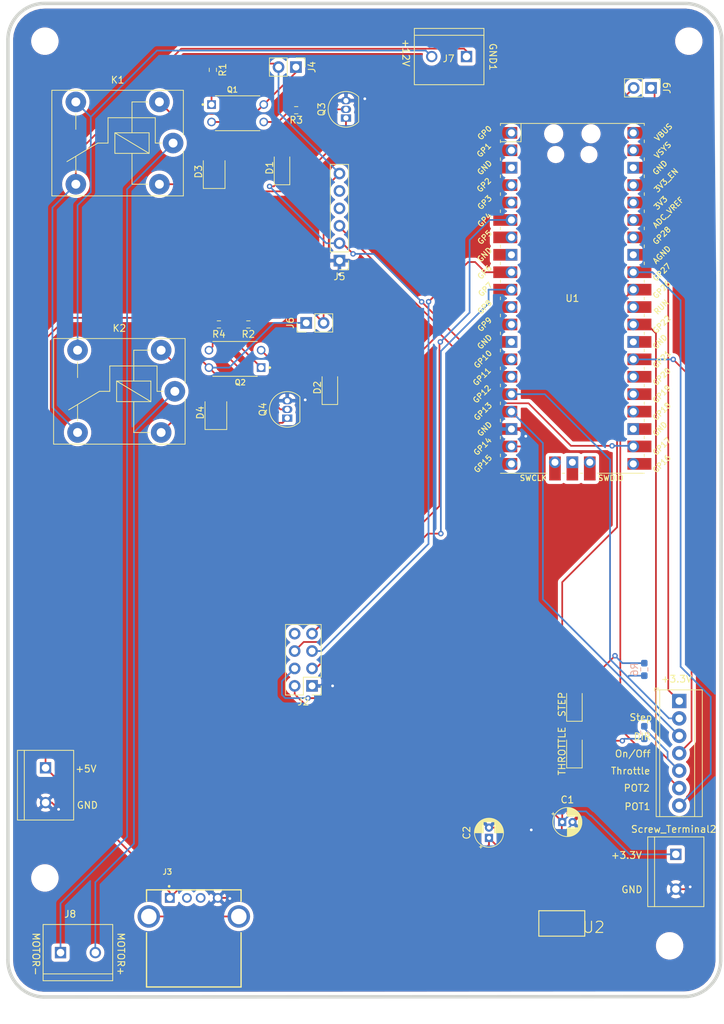
<source format=kicad_pcb>
(kicad_pcb (version 20171130) (host pcbnew "(5.1.10)-1")
  (title_block (title "Autonomous Crazy Cart V2") (date 09/12/2021) (rev 10/13/2021) (company "Engineering Physics Propulsion Lab * EPPL *") (comment 1 "FINSHED V2"))
  (layers (0 F.Cu signal) (31 B.Cu signal) (34 B.Paste user) (35 F.Paste user) (36 B.SilkS user) (37 F.SilkS user) (38 B.Mask user) (39 F.Mask user) (44 Edge.Cuts user))
  (net 0 "")
  (net 1 GP28)
  (net 2 "Net-(J2-Pad8)")
  (net 3 GP4)
  (net 4 GP7)
  (net 5 GP6)
  (net 6 GP14)
  (net 7 GND)
  (net 8 +5V)
  (net 9 "Net-(J5-Pad5)")
  (net 10 GP17)
  (net 11 "Net-(U1-Pad43)")
  (net 12 "Net-(U1-Pad42)")
  (net 13 "Net-(U1-Pad41)")
  (net 14 "Net-(U1-Pad23)")
  (net 15 "Net-(U1-Pad24)")
  (net 16 "Net-(U1-Pad25)")
  (net 17 "Net-(U1-Pad26)")
  (net 18 "Net-(U1-Pad28)")
  (net 19 "Net-(U1-Pad30)")
  (net 20 "Net-(U1-Pad33)")
  (net 21 "Net-(U1-Pad35)")
  (net 22 "Net-(U1-Pad37)")
  (net 23 "Net-(U1-Pad40)")
  (net 24 "Net-(U1-Pad13)")
  (net 25 "Net-(U1-Pad12)")
  (net 26 "Net-(U1-Pad11)")
  (net 27 "Net-(U1-Pad8)")
  (net 28 "Net-(U1-Pad7)")
  (net 29 "Net-(U1-Pad5)")
  (net 30 "Net-(U1-Pad4)")
  (net 31 "Net-(U1-Pad3)")
  (net 32 "Net-(U1-Pad2)")
  (net 33 "Net-(U1-Pad1)")
  (net 34 "Net-(U1-Pad38)")
  (net 35 GP27)
  (net 36 GP26)
  (net 37 GP22)
  (net 38 GP21)
  (net 39 GP13)
  (net 40 GP12)
  (net 41 3.3V)
  (net 42 +3.3V)
  (net 43 "Net-(J5-Pad4)")
  (net 44 GP11)
  (net 45 GP10)
  (net 46 "Net-(U1-Pad21)")
  (net 47 "Net-(U1-Pad20)")
  (net 48 "Net-(J3-PadS1)")
  (net 49 "Net-(J3-Pad3)")
  (net 50 "Net-(J3-Pad2)")
  (net 51 +3.3V_Pico)
  (net 52 "Net-(D3-Pad2)")
  (net 53 "Net-(D4-Pad2)")
  (net 54 +12V)
  (net 55 GND1)
  (net 56 Motor+)
  (net 57 Motor-)
  (net 58 "Net-(D3-Pad1)")
  (net 59 "Net-(D4-Pad1)")
  (net 60 "Net-(Q1-Pad3)")
  (net 61 "Net-(D1-Pad2)")
  (net 62 "Net-(Q1-Pad1)")
  (net 63 "Net-(Q2-Pad3)")
  (net 64 "Net-(D2-Pad2)")
  (net 65 "Net-(Q2-Pad1)")
  (net 66 "Net-(Q3-Pad2)")
  (net 67 "Net-(Q4-Pad2)")
  (net 68 "Net-(D5-Pad2)")
  (net 69 "Net-(D5-Pad1)")
  (net 70 "Net-(D6-Pad2)")
  (net 71 "Net-(D6-Pad1)")
  (module Resistor_SMD:R_0603_1608Metric_Pad0.98x0.95mm_HandSolder (layer B.Cu) (at 147.5 113.6 270)
    (fp_text reference R6 (at 0 1.43 270) (layer B.SilkS) (effects (justify mirror)))
    (fp_text value 1k)
    (pad 2 smd roundrect (at 0.9125 0 270) (size 0.975 0.95) (layers B.Cu B.Paste B.Mask) (net 40 GP12))
    (pad 1 smd roundrect (at -0.9125 0 270) (size 0.975 0.95) (layers B.Cu B.Paste B.Mask) (net 70 "Net-(D6-Pad2)"))
  )
  (module Resistor_SMD:R_0603_1608Metric_Pad0.98x0.95mm_HandSolder (layer B.Cu) (at 147.5 122.8 90)
    (fp_text reference Re hide)
    (fp_text value 1k)
    (pad 2 smd roundrect (at 0.9125 0 90) (size 0.975 0.95) (layers B.Cu B.Paste B.Mask) (net 37 GP22))
    (pad 1 smd roundrect (at -0.9125 0 90) (size 0.975 0.95) (layers B.Cu B.Paste B.Mask) (net 68 "Net-(D5-Pad2)"))
  )
  (module LED_SMD:LED_1206_3216Metric_Pad1.42x1.75mm_HandSolder (layer F.Cu) (at 137.3 118.7 90)
    (fp_text reference STEP (at 0 -1.82 90) (layer F.SilkS))
    (fp_text value "SMD LED2")
    (pad 2 smd roundrect (at 1.4875 0 90) (size 1.425 1.75) (layers F.Cu F.Paste F.Mask) (roundrect_rratio 0.175439) (net 70 "Net-(D6-Pad2)"))
    (pad 1 smd roundrect (at -1.4875 0 90) (size 1.425 1.75) (layers F.Cu F.Paste F.Mask) (roundrect_rratio 0.175439) (net 71 "Net-(D6-Pad1)"))
  )
  (module LED_SMD:LED_1206_3216Metric_Pad1.42x1.75mm_HandSolder (layer F.Cu) (at 137.3 125.5 90)
    (fp_text reference THROTTLE (at 0 -1.82 90) (layer F.SilkS))
    (fp_text value "SMD LED2")
    (pad 2 smd roundrect (at 1.4875 0 90) (size 1.425 1.75) (layers F.Cu F.Paste F.Mask) (roundrect_rratio 0.175439) (net 68 "Net-(D5-Pad2)"))
    (pad 1 smd roundrect (at -1.4875 0 90) (size 1.425 1.75) (layers F.Cu F.Paste F.Mask) (roundrect_rratio 0.175439) (net 69 "Net-(D5-Pad1)"))
  )
  (module MCU_RaspberryPi_and_Boards:GCT_USB1130-15-A_REVA (layer F.Cu) (at 81.7372 149.6187)
    (fp_text reference J3 (at -3.86 -6.508) (layer F.SilkS) (effects (font (size 0.8 0.8))))
    (fp_text value USB1130-15-A_REVA)
    (pad S2 thru_hole circle (at 6.57 0) (size 3.276 3.276) (drill 2.26) (layers *.Cu *.Mask) (net 48 "Net-(J3-PadS1)"))
    (pad S1 thru_hole circle (at -6.57 0) (size 3.276 3.276) (drill 2.26) (layers *.Cu *.Mask) (net 48 "Net-(J3-PadS1)"))
    (pad 4 thru_hole circle (at 3.5 -2.71) (size 1.428 1.428) (drill 0.92) (layers *.Cu *.Mask) (net 7 GND))
    (pad 3 thru_hole circle (at 1 -2.71) (size 1.428 1.428) (drill 0.92) (layers *.Cu *.Mask) (net 49 "Net-(J3-Pad3)"))
    (pad 2 thru_hole circle (at -1 -2.71) (size 1.428 1.428) (drill 0.92) (layers *.Cu *.Mask) (net 50 "Net-(J3-Pad2)"))
    (pad 1 thru_hole rect (at -3.5 -2.71) (size 1.428 1.428) (drill 0.92) (layers *.Cu *.Mask) (net 8 +5V))
  )
  (module Capacitor_THT:CP_Radial_D4.0mm_P1.50mm (layer F.Cu) (at 124.8283 138.1633 90)
    (fp_text reference C2 (at 0.75 -3.25 90) (layer F.SilkS))
    (fp_text value C)
    (pad 2 thru_hole circle (at 1.5 0 90) (size 1.2 1.2) (drill 0.6) (layers *.Cu *.Mask) (net 7 GND))
    (pad 1 thru_hole rect (at 0 0 90) (size 1.2 1.2) (drill 0.6) (layers *.Cu *.Mask) (net 8 +5V))
  )
  (module Capacitor_THT:CP_Radial_D4.0mm_P1.50mm (layer F.Cu) (at 135.5217 135.8519)
    (fp_text reference C1 (at 0.75 -3.25) (layer F.SilkS))
    (fp_text value CP)
    (pad 2 thru_hole circle (at 1.5 0) (size 1.2 1.2) (drill 0.6) (layers *.Cu *.Mask) (net 7 GND))
    (pad 1 thru_hole rect (at 0 0) (size 1.2 1.2) (drill 0.6) (layers *.Cu *.Mask) (net 42 +3.3V))
  )
  (module Resistor_SMD:R_0603_1608Metric_Pad0.98x0.95mm_HandSolder (layer F.Cu) (at 85.4 63.3 180)
    (fp_text reference R4 (at 0 -1.43) (layer F.SilkS))
    (fp_text value 1k)
    (pad 2 smd roundrect (at 0.9125 0 180) (size 0.975 0.95) (layers F.Cu F.Paste F.Mask) (net 63 "Net-(Q2-Pad3)"))
    (pad 1 smd roundrect (at -0.9125 0 180) (size 0.975 0.95) (layers F.Cu F.Paste F.Mask) (net 67 "Net-(Q4-Pad2)"))
  )
  (module Resistor_SMD:R_0603_1608Metric_Pad0.98x0.95mm_HandSolder (layer F.Cu) (at 96.687 32.0675 180)
    (fp_text reference R3 (at 0 -1.43) (layer F.SilkS))
    (fp_text value 1k)
    (pad 2 smd roundrect (at 0.9125 0 180) (size 0.975 0.95) (layers F.Cu F.Paste F.Mask) (net 60 "Net-(Q1-Pad3)"))
    (pad 1 smd roundrect (at -0.9125 0 180) (size 0.975 0.95) (layers F.Cu F.Paste F.Mask) (net 66 "Net-(Q3-Pad2)"))
  )
  (module Resistor_SMD:R_0603_1608Metric_Pad0.98x0.95mm_HandSolder (layer F.Cu) (at 89.7 63.3 180)
    (fp_text reference R2 (at 0 -1.43) (layer F.SilkS))
    (fp_text value 1k)
    (pad 2 smd roundrect (at 0.9125 0 180) (size 0.975 0.95) (layers F.Cu F.Paste F.Mask) (net 65 "Net-(Q2-Pad1)"))
    (pad 1 smd roundrect (at -0.9125 0 180) (size 0.975 0.95) (layers F.Cu F.Paste F.Mask) (net 8 +5V))
  )
  (module Resistor_SMD:R_0603_1608Metric_Pad0.98x0.95mm_HandSolder (layer F.Cu) (at 84.5185 26.1855 270)
    (fp_text reference R1 (at 0 -1.43 90) (layer F.SilkS))
    (fp_text value 1k)
    (pad 2 smd roundrect (at 0.9125 0 270) (size 0.975 0.95) (layers F.Cu F.Paste F.Mask) (net 62 "Net-(Q1-Pad1)"))
    (pad 1 smd roundrect (at -0.9125 0 270) (size 0.975 0.95) (layers F.Cu F.Paste F.Mask) (net 8 +5V))
  )
  (module Diode_SMD:D_1210_3225Metric_Pad1.42x2.65mm_HandSolder (layer F.Cu) (at 84.963 76.1635 90)
    (fp_text reference D4 (at 0 -2.28 90) (layer F.SilkS))
    (fp_text value DIODE)
    (pad 2 smd roundrect (at 1.4875 0 90) (size 1.425 2.65) (layers F.Cu F.Paste F.Mask) (roundrect_rratio 0.175439) (net 53 "Net-(D4-Pad2)"))
    (pad 1 smd roundrect (at -1.4875 0 90) (size 1.425 2.65) (layers F.Cu F.Paste F.Mask) (roundrect_rratio 0.175439) (net 59 "Net-(D4-Pad1)"))
  )
  (module Diode_SMD:D_1210_3225Metric_Pad1.42x2.65mm_HandSolder (layer F.Cu) (at 84.709 41.021 90)
    (fp_text reference D3 (at 0 -2.28 90) (layer F.SilkS))
    (fp_text value DIODE)
    (pad 2 smd roundrect (at 1.4875 0 90) (size 1.425 2.65) (layers F.Cu F.Paste F.Mask) (roundrect_rratio 0.175439) (net 52 "Net-(D3-Pad2)"))
    (pad 1 smd roundrect (at -1.4875 0 90) (size 1.425 2.65) (layers F.Cu F.Paste F.Mask) (roundrect_rratio 0.175439) (net 58 "Net-(D3-Pad1)"))
  )
  (module LED_SMD:LED_1206_3216Metric_Pad1.42x1.75mm_HandSolder (layer F.Cu) (at 101.6 72.517 90)
    (fp_text reference D2 (at 0 -1.82 90) (layer F.SilkS))
    (fp_text value "SMD LED2")
    (pad 2 smd roundrect (at 1.4875 0 90) (size 1.425 1.75) (layers F.Cu F.Paste F.Mask) (roundrect_rratio 0.175439) (net 64 "Net-(D2-Pad2)"))
    (pad 1 smd roundrect (at -1.4875 0 90) (size 1.425 1.75) (layers F.Cu F.Paste F.Mask) (roundrect_rratio 0.175439) (net 44 GP11))
  )
  (module LED_SMD:LED_1206_3216Metric_Pad1.42x1.75mm_HandSolder (layer F.Cu) (at 94.615 40.4765 90)
    (fp_text reference D1 (at 0 -1.82 90) (layer F.SilkS))
    (fp_text value "SMD LED1")
    (pad 2 smd roundrect (at 1.4875 0 90) (size 1.425 1.75) (layers F.Cu F.Paste F.Mask) (roundrect_rratio 0.175439) (net 61 "Net-(D1-Pad2)"))
    (pad 1 smd roundrect (at -1.4875 0 90) (size 1.425 1.75) (layers F.Cu F.Paste F.Mask) (roundrect_rratio 0.175439) (net 45 GP10))
  )
  (module Relay_THT:Relay_SPDT_Finder_36.11 (layer F.Cu) (at 78.97 73.056 180)
    (fp_text reference K2 (at 8.1 9.2) (layer F.SilkS))
    (fp_text value FINDER-40.11)
    (pad 11 thru_hole circle (at 0 0 180) (size 3 3) (drill 1.3) (layers *.Cu *.Mask) (net 56 Motor+))
    (pad A2 thru_hole circle (at 2 -6 180) (size 3 3) (drill 1.3) (layers *.Cu *.Mask) (net 59 "Net-(D4-Pad1)"))
    (pad 12 thru_hole circle (at 14.2 -6 180) (size 3 3) (drill 1.3) (layers *.Cu *.Mask) (net 55 GND1))
    (pad 14 thru_hole circle (at 14.2 6 180) (size 3 3) (drill 1.3) (layers *.Cu *.Mask) (net 54 +12V))
    (pad A1 thru_hole circle (at 2 6 180) (size 3 3) (drill 1.3) (layers *.Cu *.Mask) (net 53 "Net-(D4-Pad2)"))
  )
  (module Relay_THT:Relay_SPDT_Finder_36.11 (layer F.Cu) (at 78.716 36.861 180)
    (fp_text reference K1 (at 8.1 9.2) (layer F.SilkS))
    (fp_text value FINDER-40.11)
    (pad 11 thru_hole circle (at 0 0 180) (size 3 3) (drill 1.3) (layers *.Cu *.Mask) (net 57 Motor-))
    (pad A2 thru_hole circle (at 2 -6 180) (size 3 3) (drill 1.3) (layers *.Cu *.Mask) (net 58 "Net-(D3-Pad1)"))
    (pad 12 thru_hole circle (at 14.2 -6 180) (size 3 3) (drill 1.3) (layers *.Cu *.Mask) (net 55 GND1))
    (pad 14 thru_hole circle (at 14.2 6 180) (size 3 3) (drill 1.3) (layers *.Cu *.Mask) (net 54 +12V))
    (pad A1 thru_hole circle (at 2 6 180) (size 3 3) (drill 1.3) (layers *.Cu *.Mask) (net 52 "Net-(D3-Pad2)"))
  )
  (module Package_TO_SOT_THT:TO-92_Inline (layer F.Cu) (at 95.377 76.962 90)
    (fp_text reference Q4 (at 1.27 -3.56 90) (layer F.SilkS))
    (fp_text value BC547A)
    (pad 1 thru_hole rect (at 0 0 90) (size 1.05 1.5) (drill 0.75) (layers *.Cu *.Mask) (net 59 "Net-(D4-Pad1)"))
    (pad 3 thru_hole oval (at 2.54 0 90) (size 1.05 1.5) (drill 0.75) (layers *.Cu *.Mask) (net 7 GND))
    (pad 2 thru_hole oval (at 1.27 0 90) (size 1.05 1.5) (drill 0.75) (layers *.Cu *.Mask) (net 67 "Net-(Q4-Pad2)"))
  )
  (module Package_TO_SOT_THT:TO-92_Inline (layer F.Cu) (at 103.9495 33.2105 90)
    (fp_text reference Q3 (at 1.27 -3.56 90) (layer F.SilkS))
    (fp_text value BC547A)
    (pad 1 thru_hole rect (at 0 0 90) (size 1.05 1.5) (drill 0.75) (layers *.Cu *.Mask) (net 58 "Net-(D3-Pad1)"))
    (pad 3 thru_hole oval (at 2.54 0 90) (size 1.05 1.5) (drill 0.75) (layers *.Cu *.Mask) (net 7 GND))
    (pad 2 thru_hole oval (at 1.27 0 90) (size 1.05 1.5) (drill 0.75) (layers *.Cu *.Mask) (net 66 "Net-(Q3-Pad2)"))
  )
  (module MCU_RaspberryPi_and_Boards:DIP762W50P254L650H458Q4B (layer F.Cu) (at 87.757 68.326 180)
    (fp_text reference Q2 (at -0.763525 -3.435905) (layer F.SilkS) (effects (font (size 0.801614 0.801614))))
    (fp_text value PC817A)
    (pad 4 thru_hole circle (at 3.81 -1.27 180) (size 1.26 1.26) (drill 0.85) (layers *.Cu *.Mask) (net 53 "Net-(D4-Pad2)"))
    (pad 3 thru_hole circle (at 3.81 1.27 180) (size 1.26 1.26) (drill 0.85) (layers *.Cu *.Mask) (net 63 "Net-(Q2-Pad3)"))
    (pad 2 thru_hole circle (at -3.81 1.27 180) (size 1.26 1.26) (drill 0.85) (layers *.Cu *.Mask) (net 64 "Net-(D2-Pad2)"))
    (pad 1 thru_hole rect (at -3.81 -1.27 180) (size 1.26 1.26) (drill 0.85) (layers *.Cu *.Mask) (net 65 "Net-(Q2-Pad1)"))
  )
  (module MCU_RaspberryPi_and_Boards:DIP762W50P254L650H458Q4B (layer F.Cu) (at 88.138 32.512)
    (fp_text reference Q1 (at -0.763525 -3.435905) (layer F.SilkS) (effects (font (size 0.801614 0.801614))))
    (fp_text value PC817A)
    (pad 4 thru_hole circle (at 3.81 -1.27) (size 1.26 1.26) (drill 0.85) (layers *.Cu *.Mask) (net 52 "Net-(D3-Pad2)"))
    (pad 3 thru_hole circle (at 3.81 1.27) (size 1.26 1.26) (drill 0.85) (layers *.Cu *.Mask) (net 60 "Net-(Q1-Pad3)"))
    (pad 2 thru_hole circle (at -3.81 1.27) (size 1.26 1.26) (drill 0.85) (layers *.Cu *.Mask) (net 61 "Net-(D1-Pad2)"))
    (pad 1 thru_hole rect (at -3.81 -1.27) (size 1.26 1.26) (drill 0.85) (layers *.Cu *.Mask) (net 62 "Net-(Q1-Pad1)"))
  )
  (module Connector_PinHeader_2.54mm:PinHeader_1x02_P2.54mm_Vertical (layer F.Cu) (at 148.4884 28.8163 270)
    (fp_text reference J9 (at 0 -2.33 90) (layer F.SilkS))
    (fp_text value Conn_01x02_Male)
    (pad 2 thru_hole oval (at 0 2.54 270) (size 1.7 1.7) (drill 1) (layers *.Cu *.Mask) (net 42 +3.3V))
    (pad 1 thru_hole rect (at 0 0 270) (size 1.7 1.7) (drill 1) (layers *.Cu *.Mask) (net 51 +3.3V_Pico))
  )
  (module MCU_RaspberryPi_and_Boards:TE_282837-2 (layer F.Cu) (at 64.8208 154.8892)
    (fp_text reference J8 (at -1.127255 -5.614945) (layer F.SilkS) (effects (font (size 1.002039 1.002039))))
    (fp_text value "Linear Actuator")
    (pad 2 thru_hole circle (at 2.54 0) (size 1.65 1.65) (drill 1.1) (layers *.Cu *.Mask) (net 56 Motor+))
    (pad 1 thru_hole rect (at -2.54 0) (size 1.65 1.65) (drill 1.1) (layers *.Cu *.Mask) (net 57 Motor-))
  )
  (module MCU_RaspberryPi_and_Boards:TE_282837-2 (layer F.Cu) (at 119.0117 24.2443 180)
    (fp_text reference J7 (at 0.0762 -0.3048) (layer F.SilkS) (effects (font (size 1.002039 1.002039))))
    (fp_text value "Linear Actuator Power")
    (pad 2 thru_hole circle (at 2.54 0 180) (size 1.65 1.65) (drill 1.1) (layers *.Cu *.Mask) (net 54 +12V))
    (pad 1 thru_hole rect (at -2.54 0 180) (size 1.65 1.65) (drill 1.1) (layers *.Cu *.Mask) (net 55 GND1))
  )
  (module Connector_PinHeader_2.54mm:PinHeader_1x02_P2.54mm_Vertical (layer F.Cu) (at 98.1456 63.0809 90)
    (fp_text reference J6 (at 0 -2.33 90) (layer F.SilkS))
    (fp_text value Conn_01x02_Male)
    (pad 2 thru_hole oval (at 0 2.54 90) (size 1.7 1.7) (drill 1) (layers *.Cu *.Mask) (net 8 +5V))
    (pad 1 thru_hole rect (at 0 0 90) (size 1.7 1.7) (drill 1) (layers *.Cu *.Mask) (net 53 "Net-(D4-Pad2)"))
  )
  (module Connector_PinHeader_2.54mm:PinHeader_1x02_P2.54mm_Vertical (layer F.Cu) (at 96.647 25.781 270)
    (fp_text reference J4 (at 0 -2.33 90) (layer F.SilkS))
    (fp_text value Conn_01x02_Male)
    (pad 2 thru_hole oval (at 0 2.54 270) (size 1.7 1.7) (drill 1) (layers *.Cu *.Mask) (net 8 +5V))
    (pad 1 thru_hole rect (at 0 0 270) (size 1.7 1.7) (drill 1) (layers *.Cu *.Mask) (net 52 "Net-(D3-Pad2)"))
  )
  (module Connector_PinHeader_2.54mm:PinHeader_1x06_P2.54mm_Vertical (layer F.Cu) (at 103 54 180)
    (fp_text reference J5 (at 0 -2.33) (layer F.SilkS))
    (fp_text value Relay_Conn_01x06)
    (pad 6 thru_hole oval (at 0 12.7 180) (size 1.7 1.7) (drill 1) (layers *.Cu *.Mask) (net 8 +5V))
    (pad 5 thru_hole oval (at 0 10.16 180) (size 1.7 1.7) (drill 1) (layers *.Cu *.Mask) (net 9 "Net-(J5-Pad5)"))
    (pad 4 thru_hole oval (at 0 7.62 180) (size 1.7 1.7) (drill 1) (layers *.Cu *.Mask) (net 43 "Net-(J5-Pad4)"))
    (pad 3 thru_hole oval (at 0 5.08 180) (size 1.7 1.7) (drill 1) (layers *.Cu *.Mask) (net 44 GP11))
    (pad 2 thru_hole oval (at 0 2.54 180) (size 1.7 1.7) (drill 1) (layers *.Cu *.Mask) (net 45 GP10))
    (pad 1 thru_hole rect (at 0 0 180) (size 1.7 1.7) (drill 1) (layers *.Cu *.Mask) (net 7 GND))
  )
  (module Connector_PinHeader_2.54mm:PinHeader_2x04_P2.54mm_Vertical (layer F.Cu) (at 99 116 180)
    (fp_text reference J2 (at 1.27 -2.33) (layer F.SilkS))
    (fp_text value Antenna_Conn_02x04_Odd_Even)
    (pad 8 thru_hole oval (at 2.54 7.62 180) (size 1.7 1.7) (drill 1) (layers *.Cu *.Mask) (net 2 "Net-(J2-Pad8)"))
    (pad 7 thru_hole oval (at 0 7.62 180) (size 1.7 1.7) (drill 1) (layers *.Cu *.Mask) (net 3 GP4))
    (pad 6 thru_hole oval (at 2.54 5.08 180) (size 1.7 1.7) (drill 1) (layers *.Cu *.Mask) (net 4 GP7))
    (pad 5 thru_hole oval (at 0 5.08 180) (size 1.7 1.7) (drill 1) (layers *.Cu *.Mask) (net 5 GP6))
    (pad 4 thru_hole oval (at 2.54 2.54 180) (size 1.7 1.7) (drill 1) (layers *.Cu *.Mask) (net 6 GP14))
    (pad 3 thru_hole oval (at 0 2.54 180) (size 1.7 1.7) (drill 1) (layers *.Cu *.Mask) (net 10 GP17))
    (pad 2 thru_hole oval (at 2.54 0 180) (size 1.7 1.7) (drill 1) (layers *.Cu *.Mask) (net 42 +3.3V))
    (pad 1 thru_hole rect (at 0 0 180) (size 1.7 1.7) (drill 1) (layers *.Cu *.Mask) (net 7 GND))
  )
  (module MountingHole:MountingHole_3mm (layer F.Cu) (at 151.2 153.9)
    (fp_text reference H4 hide)
    (fp_text value MountingHole)
    (pad 1 np_thru_hole circle (at 0 0) (size 3 3) (drill 3) (layers *.Cu *.Mask))
  )
  (module MountingHole:MountingHole_3mm (layer F.Cu) (at 60 22)
    (fp_text reference H3 hide)
    (fp_text value MountingHole)
    (pad 1 np_thru_hole circle (at 0 0) (size 3 3) (drill 3) (layers *.Cu *.Mask))
  )
  (module MountingHole:MountingHole_3mm (layer F.Cu) (at 60 144)
    (fp_text reference H2 hide)
    (fp_text value MountingHole)
    (pad 1 np_thru_hole circle (at 0 0) (size 3 3) (drill 3) (layers *.Cu *.Mask))
  )
  (module MountingHole:MountingHole_3mm (layer F.Cu) (at 154 22)
    (fp_text reference H1 hide)
    (fp_text value MountingHole)
    (pad 1 np_thru_hole circle (at 0 0) (size 3 3) (drill 3) (layers *.Cu *.Mask))
  )
  (module MCU_RaspberryPi_and_Boards:TE_282837-2 (layer F.Cu) (at 152.1 143.1 270)
    (fp_text reference Screw_Terminal2 (at -6.2 0.3 180) (layer F.SilkS) (effects (font (size 1.002039 1.002039))))
    (fp_text value 282837-2)
    (pad 2 thru_hole circle (at 2.54 0 270) (size 1.65 1.65) (drill 1.1) (layers *.Cu *.Mask) (net 7 GND))
    (pad 1 thru_hole rect (at -2.54 0 270) (size 1.65 1.65) (drill 1.1) (layers *.Cu *.Mask) (net 42 +3.3V))
  )
  (module MCU_RaspberryPi_and_Boards:SOT230P696X180-4N (layer F.Cu) (at 135.4582 150.6347 270)
    (fp_text reference U2 (at 0.558835 -4.648495 180) (layer F.SilkS) (effects (font (size 1.640102 1.640102))))
    (fp_text value LM337_TO3)
    (pad 4 smd rect (at 3.2004 0 270) (size 1.6002 3.0988) (layers F.Cu F.Paste F.Mask))
    (pad 3 smd rect (at -3.2004 2.3114 270) (size 1.6002 0.8382) (layers F.Cu F.Paste F.Mask) (net 8 +5V))
    (pad 2 smd rect (at -3.2004 0 270) (size 1.6002 0.8382) (layers F.Cu F.Paste F.Mask) (net 42 +3.3V))
    (pad 1 smd rect (at -3.2004 -2.3114 270) (size 1.6002 0.8382) (layers F.Cu F.Paste F.Mask) (net 7 GND))
  )
  (module MCU_RaspberryPi_and_Boards:RPi_Pico_SMD_TH (layer F.Cu) (at 137 59.5)
    (fp_text reference U1 (at 0 0) (layer F.SilkS))
    (fp_text value Pico)
    (fp_text user SWDIO (at 5.6 26.2) (layer F.SilkS) (effects (font (size 0.8 0.8))))
    (fp_text user SWCLK (at -5.7 26.2) (layer F.SilkS) (effects (font (size 0.8 0.8))))
    (fp_text user AGND (at 13.054 -6.35 45) (layer F.SilkS) (effects (font (size 0.8 0.8))))
    (fp_text user GND (at 12.8 -19.05 45) (layer F.SilkS) (effects (font (size 0.8 0.8))))
    (fp_text user GND (at 12.8 6.35 45) (layer F.SilkS) (effects (font (size 0.8 0.8))))
    (fp_text user GND (at 12.8 19.05 45) (layer F.SilkS) (effects (font (size 0.8 0.8))))
    (fp_text user GND (at -12.8 19.05 45) (layer F.SilkS) (effects (font (size 0.8 0.8))))
    (fp_text user GND (at -12.8 6.35 45) (layer F.SilkS) (effects (font (size 0.8 0.8))))
    (fp_text user GND (at -12.8 -6.35 45) (layer F.SilkS) (effects (font (size 0.8 0.8))))
    (fp_text user GND (at -12.8 -19.05 45) (layer F.SilkS) (effects (font (size 0.8 0.8))))
    (fp_text user VBUS (at 13.3 -24.2 45) (layer F.SilkS) (effects (font (size 0.8 0.8))))
    (fp_text user VSYS (at 13.2 -21.59 45) (layer F.SilkS) (effects (font (size 0.8 0.8))))
    (fp_text user 3V3_EN (at 13.7 -17.2 45) (layer F.SilkS) (effects (font (size 0.8 0.8))))
    (fp_text user 3V3 (at 12.9 -13.9 45) (layer F.SilkS) (effects (font (size 0.8 0.8))))
    (fp_text user ADC_VREF (at 14 -12.5 45) (layer F.SilkS) (effects (font (size 0.8 0.8))))
    (fp_text user GP28 (at 13.054 -9.144 45) (layer F.SilkS) (effects (font (size 0.8 0.8))))
    (fp_text user GP27 (at 13.054 -3.8 45) (layer F.SilkS) (effects (font (size 0.8 0.8))))
    (fp_text user GP26 (at 13.054 -1.27 45) (layer F.SilkS) (effects (font (size 0.8 0.8))))
    (fp_text user RUN (at 13 1.27 45) (layer F.SilkS) (effects (font (size 0.8 0.8))))
    (fp_text user GP22 (at 13.054 3.81 45) (layer F.SilkS) (effects (font (size 0.8 0.8))))
    (fp_text user GP21 (at 13.054 8.9 45) (layer F.SilkS) (effects (font (size 0.8 0.8))))
    (fp_text user GP20 (at 13.054 11.43 45) (layer F.SilkS) (effects (font (size 0.8 0.8))))
    (fp_text user GP19 (at 13.054 13.97 45) (layer F.SilkS) (effects (font (size 0.8 0.8))))
    (fp_text user GP18 (at 13.054 16.51 45) (layer F.SilkS) (effects (font (size 0.8 0.8))))
    (fp_text user GP17 (at 13.054 21.59 45) (layer F.SilkS) (effects (font (size 0.8 0.8))))
    (fp_text user GP16 (at 13.054 24.13 45) (layer F.SilkS) (effects (font (size 0.8 0.8))))
    (fp_text user GP15 (at -13.054 24.13 45) (layer F.SilkS) (effects (font (size 0.8 0.8))))
    (fp_text user GP14 (at -13.1 21.59 45) (layer F.SilkS) (effects (font (size 0.8 0.8))))
    (fp_text user GP13 (at -13.054 16.51 45) (layer F.SilkS) (effects (font (size 0.8 0.8))))
    (fp_text user GP12 (at -13.2 13.97 45) (layer F.SilkS) (effects (font (size 0.8 0.8))))
    (fp_text user GP11 (at -13.2 11.43 45) (layer F.SilkS) (effects (font (size 0.8 0.8))))
    (fp_text user GP10 (at -13.054 8.89 45) (layer F.SilkS) (effects (font (size 0.8 0.8))))
    (fp_text user GP9 (at -12.8 3.81 45) (layer F.SilkS) (effects (font (size 0.8 0.8))))
    (fp_text user GP8 (at -12.8 1.27 45) (layer F.SilkS) (effects (font (size 0.8 0.8))))
    (fp_text user GP7 (at -12.7 -1.3 45) (layer F.SilkS) (effects (font (size 0.8 0.8))))
    (fp_text user GP6 (at -12.8 -3.81 45) (layer F.SilkS) (effects (font (size 0.8 0.8))))
    (fp_text user GP5 (at -12.8 -8.89 45) (layer F.SilkS) (effects (font (size 0.8 0.8))))
    (fp_text user GP4 (at -12.8 -11.43 45) (layer F.SilkS) (effects (font (size 0.8 0.8))))
    (fp_text user GP3 (at -12.8 -13.97 45) (layer F.SilkS) (effects (font (size 0.8 0.8))))
    (fp_text user GP0 (at -12.8 -24.13 45) (layer F.SilkS) (effects (font (size 0.8 0.8))))
    (fp_text user GP2 (at -12.9 -16.51 45) (layer F.SilkS) (effects (font (size 0.8 0.8))))
    (fp_text user GP1 (at -12.9 -21.6 45) (layer F.SilkS) (effects (font (size 0.8 0.8))))
    (pad 43 thru_hole oval (at 2.54 23.9) (size 1.7 1.7) (drill 1.02) (layers *.Cu *.Mask) (net 11 "Net-(U1-Pad43)"))
    (pad 43 smd rect (at 2.54 23.9 90) (size 3.5 1.7) (drill (offset -0.9 0)) (layers F.Cu F.Mask) (net 11 "Net-(U1-Pad43)"))
    (pad 42 thru_hole rect (at 0 23.9) (size 1.7 1.7) (drill 1.02) (layers *.Cu *.Mask) (net 12 "Net-(U1-Pad42)"))
    (pad 42 smd rect (at 0 23.9 90) (size 3.5 1.7) (drill (offset -0.9 0)) (layers F.Cu F.Mask) (net 12 "Net-(U1-Pad42)"))
    (pad 41 thru_hole oval (at -2.54 23.9) (size 1.7 1.7) (drill 1.02) (layers *.Cu *.Mask) (net 13 "Net-(U1-Pad41)"))
    (pad 41 smd rect (at -2.54 23.9 90) (size 3.5 1.7) (drill (offset -0.9 0)) (layers F.Cu F.Mask) (net 13 "Net-(U1-Pad41)"))
    (pad "" np_thru_hole oval (at 2.425 -20.97) (size 1.5 1.5) (drill 1.5) (layers *.Cu *.Mask))
    (pad "" np_thru_hole oval (at -2.425 -20.97) (size 1.5 1.5) (drill 1.5) (layers *.Cu *.Mask))
    (pad "" np_thru_hole oval (at 2.725 -24) (size 1.8 1.8) (drill 1.8) (layers *.Cu *.Mask))
    (pad "" np_thru_hole oval (at -2.725 -24) (size 1.8 1.8) (drill 1.8) (layers *.Cu *.Mask))
    (pad 21 smd rect (at 8.89 24.13) (size 3.5 1.7) (drill (offset 0.9 0)) (layers F.Cu F.Mask) (net 46 "Net-(U1-Pad21)"))
    (pad 22 smd rect (at 8.89 21.59) (size 3.5 1.7) (drill (offset 0.9 0)) (layers F.Cu F.Mask) (net 10 GP17))
    (pad 23 smd rect (at 8.89 19.05) (size 3.5 1.7) (drill (offset 0.9 0)) (layers F.Cu F.Mask) (net 14 "Net-(U1-Pad23)"))
    (pad 24 smd rect (at 8.89 16.51) (size 3.5 1.7) (drill (offset 0.9 0)) (layers F.Cu F.Mask) (net 15 "Net-(U1-Pad24)"))
    (pad 25 smd rect (at 8.89 13.97) (size 3.5 1.7) (drill (offset 0.9 0)) (layers F.Cu F.Mask) (net 16 "Net-(U1-Pad25)"))
    (pad 26 smd rect (at 8.89 11.43) (size 3.5 1.7) (drill (offset 0.9 0)) (layers F.Cu F.Mask) (net 17 "Net-(U1-Pad26)"))
    (pad 27 smd rect (at 8.89 8.89) (size 3.5 1.7) (drill (offset 0.9 0)) (layers F.Cu F.Mask) (net 38 GP21))
    (pad 28 smd rect (at 8.89 6.35) (size 3.5 1.7) (drill (offset 0.9 0)) (layers F.Cu F.Mask) (net 18 "Net-(U1-Pad28)"))
    (pad 29 smd rect (at 8.89 3.81) (size 3.5 1.7) (drill (offset 0.9 0)) (layers F.Cu F.Mask) (net 37 GP22))
    (pad 30 smd rect (at 8.89 1.27) (size 3.5 1.7) (drill (offset 0.9 0)) (layers F.Cu F.Mask) (net 19 "Net-(U1-Pad30)"))
    (pad 31 smd rect (at 8.89 -1.27) (size 3.5 1.7) (drill (offset 0.9 0)) (layers F.Cu F.Mask) (net 36 GP26))
    (pad 32 smd rect (at 8.89 -3.81) (size 3.5 1.7) (drill (offset 0.9 0)) (layers F.Cu F.Mask) (net 35 GP27))
    (pad 33 smd rect (at 8.89 -6.35) (size 3.5 1.7) (drill (offset 0.9 0)) (layers F.Cu F.Mask) (net 20 "Net-(U1-Pad33)"))
    (pad 34 smd rect (at 8.89 -8.89) (size 3.5 1.7) (drill (offset 0.9 0)) (layers F.Cu F.Mask) (net 1 GP28))
    (pad 35 smd rect (at 8.89 -11.43) (size 3.5 1.7) (drill (offset 0.9 0)) (layers F.Cu F.Mask) (net 21 "Net-(U1-Pad35)"))
    (pad 36 smd rect (at 8.89 -13.97) (size 3.5 1.7) (drill (offset 0.9 0)) (layers F.Cu F.Mask) (net 41 3.3V))
    (pad 37 smd rect (at 8.89 -16.51) (size 3.5 1.7) (drill (offset 0.9 0)) (layers F.Cu F.Mask) (net 22 "Net-(U1-Pad37)"))
    (pad 38 smd rect (at 8.89 -19.05) (size 3.5 1.7) (drill (offset 0.9 0)) (layers F.Cu F.Mask) (net 34 "Net-(U1-Pad38)"))
    (pad 39 smd rect (at 8.89 -21.59) (size 3.5 1.7) (drill (offset 0.9 0)) (layers F.Cu F.Mask) (net 51 +3.3V_Pico))
    (pad 40 smd rect (at 8.89 -24.13) (size 3.5 1.7) (drill (offset 0.9 0)) (layers F.Cu F.Mask) (net 23 "Net-(U1-Pad40)"))
    (pad 20 smd rect (at -8.89 24.13) (size 3.5 1.7) (drill (offset -0.9 0)) (layers F.Cu F.Mask) (net 47 "Net-(U1-Pad20)"))
    (pad 19 smd rect (at -8.89 21.59) (size 3.5 1.7) (drill (offset -0.9 0)) (layers F.Cu F.Mask) (net 6 GP14))
    (pad 18 smd rect (at -8.89 19.05) (size 3.5 1.7) (drill (offset -0.9 0)) (layers F.Cu F.Mask) (net 7 GND))
    (pad 17 smd rect (at -8.89 16.51) (size 3.5 1.7) (drill (offset -0.9 0)) (layers F.Cu F.Mask) (net 39 GP13))
    (pad 16 smd rect (at -8.89 13.97) (size 3.5 1.7) (drill (offset -0.9 0)) (layers F.Cu F.Mask) (net 40 GP12))
    (pad 15 smd rect (at -8.89 11.43) (size 3.5 1.7) (drill (offset -0.9 0)) (layers F.Cu F.Mask) (net 44 GP11))
    (pad 14 smd rect (at -8.89 8.89) (size 3.5 1.7) (drill (offset -0.9 0)) (layers F.Cu F.Mask) (net 45 GP10))
    (pad 13 smd rect (at -8.89 6.35) (size 3.5 1.7) (drill (offset -0.9 0)) (layers F.Cu F.Mask) (net 24 "Net-(U1-Pad13)"))
    (pad 12 smd rect (at -8.89 3.81) (size 3.5 1.7) (drill (offset -0.9 0)) (layers F.Cu F.Mask) (net 25 "Net-(U1-Pad12)"))
    (pad 11 smd rect (at -8.89 1.27) (size 3.5 1.7) (drill (offset -0.9 0)) (layers F.Cu F.Mask) (net 26 "Net-(U1-Pad11)"))
    (pad 10 smd rect (at -8.89 -1.27) (size 3.5 1.7) (drill (offset -0.9 0)) (layers F.Cu F.Mask) (net 4 GP7))
    (pad 9 smd rect (at -8.89 -3.81) (size 3.5 1.7) (drill (offset -0.9 0)) (layers F.Cu F.Mask) (net 5 GP6))
    (pad 8 smd rect (at -8.89 -6.35) (size 3.5 1.7) (drill (offset -0.9 0)) (layers F.Cu F.Mask) (net 27 "Net-(U1-Pad8)"))
    (pad 7 smd rect (at -8.89 -8.89) (size 3.5 1.7) (drill (offset -0.9 0)) (layers F.Cu F.Mask) (net 28 "Net-(U1-Pad7)"))
    (pad 6 smd rect (at -8.89 -11.43) (size 3.5 1.7) (drill (offset -0.9 0)) (layers F.Cu F.Mask) (net 3 GP4))
    (pad 5 smd rect (at -8.89 -13.97) (size 3.5 1.7) (drill (offset -0.9 0)) (layers F.Cu F.Mask) (net 29 "Net-(U1-Pad5)"))
    (pad 4 smd rect (at -8.89 -16.51) (size 3.5 1.7) (drill (offset -0.9 0)) (layers F.Cu F.Mask) (net 30 "Net-(U1-Pad4)"))
    (pad 3 smd rect (at -8.89 -19.05) (size 3.5 1.7) (drill (offset -0.9 0)) (layers F.Cu F.Mask) (net 31 "Net-(U1-Pad3)"))
    (pad 2 smd rect (at -8.89 -21.59) (size 3.5 1.7) (drill (offset -0.9 0)) (layers F.Cu F.Mask) (net 32 "Net-(U1-Pad2)"))
    (pad 1 smd rect (at -8.89 -24.13) (size 3.5 1.7) (drill (offset -0.9 0)) (layers F.Cu F.Mask) (net 33 "Net-(U1-Pad1)"))
    (pad 40 thru_hole oval (at 8.89 -24.13) (size 1.7 1.7) (drill 1.02) (layers *.Cu *.Mask) (net 23 "Net-(U1-Pad40)"))
    (pad 39 thru_hole oval (at 8.89 -21.59) (size 1.7 1.7) (drill 1.02) (layers *.Cu *.Mask) (net 51 +3.3V_Pico))
    (pad 38 thru_hole rect (at 8.89 -19.05) (size 1.7 1.7) (drill 1.02) (layers *.Cu *.Mask) (net 34 "Net-(U1-Pad38)"))
    (pad 37 thru_hole oval (at 8.89 -16.51) (size 1.7 1.7) (drill 1.02) (layers *.Cu *.Mask) (net 22 "Net-(U1-Pad37)"))
    (pad 36 thru_hole oval (at 8.89 -13.97) (size 1.7 1.7) (drill 1.02) (layers *.Cu *.Mask) (net 41 3.3V))
    (pad 35 thru_hole oval (at 8.89 -11.43) (size 1.7 1.7) (drill 1.02) (layers *.Cu *.Mask) (net 21 "Net-(U1-Pad35)"))
    (pad 34 thru_hole oval (at 8.89 -8.89) (size 1.7 1.7) (drill 1.02) (layers *.Cu *.Mask) (net 1 GP28))
    (pad 33 thru_hole rect (at 8.89 -6.35) (size 1.7 1.7) (drill 1.02) (layers *.Cu *.Mask) (net 20 "Net-(U1-Pad33)"))
    (pad 32 thru_hole oval (at 8.89 -3.81) (size 1.7 1.7) (drill 1.02) (layers *.Cu *.Mask) (net 35 GP27))
    (pad 31 thru_hole oval (at 8.89 -1.27) (size 1.7 1.7) (drill 1.02) (layers *.Cu *.Mask) (net 36 GP26))
    (pad 30 thru_hole oval (at 8.89 1.27) (size 1.7 1.7) (drill 1.02) (layers *.Cu *.Mask) (net 19 "Net-(U1-Pad30)"))
    (pad 29 thru_hole oval (at 8.89 3.81) (size 1.7 1.7) (drill 1.02) (layers *.Cu *.Mask) (net 37 GP22))
    (pad 28 thru_hole rect (at 8.89 6.35) (size 1.7 1.7) (drill 1.02) (layers *.Cu *.Mask) (net 18 "Net-(U1-Pad28)"))
    (pad 27 thru_hole oval (at 8.89 8.89) (size 1.7 1.7) (drill 1.02) (layers *.Cu *.Mask) (net 38 GP21))
    (pad 26 thru_hole oval (at 8.89 11.43) (size 1.7 1.7) (drill 1.02) (layers *.Cu *.Mask) (net 17 "Net-(U1-Pad26)"))
    (pad 25 thru_hole oval (at 8.89 13.97) (size 1.7 1.7) (drill 1.02) (layers *.Cu *.Mask) (net 16 "Net-(U1-Pad25)"))
    (pad 24 thru_hole oval (at 8.89 16.51) (size 1.7 1.7) (drill 1.02) (layers *.Cu *.Mask) (net 15 "Net-(U1-Pad24)"))
    (pad 23 thru_hole rect (at 8.89 19.05) (size 1.7 1.7) (drill 1.02) (layers *.Cu *.Mask) (net 14 "Net-(U1-Pad23)"))
    (pad 22 thru_hole oval (at 8.89 21.59) (size 1.7 1.7) (drill 1.02) (layers *.Cu *.Mask) (net 10 GP17))
    (pad 21 thru_hole oval (at 8.89 24.13) (size 1.7 1.7) (drill 1.02) (layers *.Cu *.Mask) (net 46 "Net-(U1-Pad21)"))
    (pad 20 thru_hole oval (at -8.89 24.13) (size 1.7 1.7) (drill 1.02) (layers *.Cu *.Mask) (net 47 "Net-(U1-Pad20)"))
    (pad 19 thru_hole oval (at -8.89 21.59) (size 1.7 1.7) (drill 1.02) (layers *.Cu *.Mask) (net 6 GP14))
    (pad 18 thru_hole rect (at -8.89 19.05) (size 1.7 1.7) (drill 1.02) (layers *.Cu *.Mask) (net 7 GND))
    (pad 17 thru_hole oval (at -8.89 16.51) (size 1.7 1.7) (drill 1.02) (layers *.Cu *.Mask) (net 39 GP13))
    (pad 16 thru_hole oval (at -8.89 13.97) (size 1.7 1.7) (drill 1.02) (layers *.Cu *.Mask) (net 40 GP12))
    (pad 15 thru_hole oval (at -8.89 11.43) (size 1.7 1.7) (drill 1.02) (layers *.Cu *.Mask) (net 44 GP11))
    (pad 14 thru_hole oval (at -8.89 8.89) (size 1.7 1.7) (drill 1.02) (layers *.Cu *.Mask) (net 45 GP10))
    (pad 13 thru_hole rect (at -8.89 6.35) (size 1.7 1.7) (drill 1.02) (layers *.Cu *.Mask) (net 24 "Net-(U1-Pad13)"))
    (pad 12 thru_hole oval (at -8.89 3.81) (size 1.7 1.7) (drill 1.02) (layers *.Cu *.Mask) (net 25 "Net-(U1-Pad12)"))
    (pad 11 thru_hole oval (at -8.89 1.27) (size 1.7 1.7) (drill 1.02) (layers *.Cu *.Mask) (net 26 "Net-(U1-Pad11)"))
    (pad 10 thru_hole oval (at -8.89 -1.27) (size 1.7 1.7) (drill 1.02) (layers *.Cu *.Mask) (net 4 GP7))
    (pad 9 thru_hole oval (at -8.89 -3.81) (size 1.7 1.7) (drill 1.02) (layers *.Cu *.Mask) (net 5 GP6))
    (pad 8 thru_hole rect (at -8.89 -6.35) (size 1.7 1.7) (drill 1.02) (layers *.Cu *.Mask) (net 27 "Net-(U1-Pad8)"))
    (pad 7 thru_hole oval (at -8.89 -8.89) (size 1.7 1.7) (drill 1.02) (layers *.Cu *.Mask) (net 28 "Net-(U1-Pad7)"))
    (pad 6 thru_hole oval (at -8.89 -11.43) (size 1.7 1.7) (drill 1.02) (layers *.Cu *.Mask) (net 3 GP4))
    (pad 5 thru_hole oval (at -8.89 -13.97) (size 1.7 1.7) (drill 1.02) (layers *.Cu *.Mask) (net 29 "Net-(U1-Pad5)"))
    (pad 4 thru_hole oval (at -8.89 -16.51) (size 1.7 1.7) (drill 1.02) (layers *.Cu *.Mask) (net 30 "Net-(U1-Pad4)"))
    (pad 3 thru_hole rect (at -8.89 -19.05) (size 1.7 1.7) (drill 1.02) (layers *.Cu *.Mask) (net 31 "Net-(U1-Pad3)"))
    (pad 2 thru_hole oval (at -8.89 -21.59) (size 1.7 1.7) (drill 1.02) (layers *.Cu *.Mask) (net 32 "Net-(U1-Pad2)"))
    (pad 1 thru_hole oval (at -8.89 -24.13) (size 1.7 1.7) (drill 1.02) (layers *.Cu *.Mask) (net 33 "Net-(U1-Pad1)"))
  )
  (module TerminalBlock_TE-Connectivity:TerminalBlock_TE_282834-7_1x07_P2.54mm_Horizontal (layer F.Cu) (at 152.6 118.2 270)
    (fp_text reference J1 hide)
    (fp_text value Screw_Terminal_01x07)
    (pad 7 thru_hole circle (at 15.24 0 270) (size 2.1 2.1) (drill 1.1) (layers *.Cu *.Mask) (net 35 GP27))
    (pad 6 thru_hole circle (at 12.7 0 270) (size 2.1 2.1) (drill 1.1) (layers *.Cu *.Mask) (net 36 GP26))
    (pad 5 thru_hole circle (at 10.16 0 270) (size 2.1 2.1) (drill 1.1) (layers *.Cu *.Mask) (net 37 GP22))
    (pad 4 thru_hole circle (at 7.62 0 270) (size 2.1 2.1) (drill 1.1) (layers *.Cu *.Mask) (net 38 GP21))
    (pad 3 thru_hole circle (at 5.08 0 270) (size 2.1 2.1) (drill 1.1) (layers *.Cu *.Mask) (net 39 GP13))
    (pad 2 thru_hole circle (at 2.54 0 270) (size 2.1 2.1) (drill 1.1) (layers *.Cu *.Mask) (net 40 GP12))
    (pad 1 thru_hole rect (at 0 0 270) (size 2.1 2.1) (drill 1.1) (layers *.Cu *.Mask) (net 41 3.3V))
  )
  (module MCU_RaspberryPi_and_Boards:TE_282837-2 (layer F.Cu) (at 60.0964 130.4798 270)
    (fp_text reference Screw_Terminal1 hide)
    (fp_text value 282837-2)
    (pad 2 thru_hole circle (at 2.54 0 270) (size 1.65 1.65) (drill 1.1) (layers *.Cu *.Mask) (net 7 GND))
    (pad 1 thru_hole rect (at -2.54 0 270) (size 1.65 1.65) (drill 1.1) (layers *.Cu *.Mask) (net 8 +5V))
  )
  (gr_text +12V (at 112.7 23.7 270) (layer F.SilkS) (effects (font (size 1 1))))
  (gr_text GND1 (at 125.4 24.3 270) (layer F.SilkS) (effects (font (size 1 1))))
  (gr_text MOTOR- (at 58.7 155.1 270) (layer F.SilkS) (effects (font (size 1 1))))
  (gr_text MOTOR+ (at 71.1 155.1 270) (layer F.SilkS) (effects (font (size 1 1))))
  (gr_text GND (at 145.7 145.7) (layer F.SilkS) (effects (font (size 1 1))))
  (gr_text +3.3V (at 144.9 140.7) (layer F.SilkS) (effects (font (size 1 1))))
  (gr_text +5V (at 66 128.1) (layer F.SilkS) (effects (font (size 1 1))))
  (gr_text GND (at 66.2 133.4) (layer F.SilkS) (effects (font (size 1 1))))
  (gr_text POT1 (at 146.5 133.6) (layer F.SilkS) (effects (font (size 1 1))))
  (gr_text POT2 (at 146.4 130.9) (layer F.SilkS) (effects (font (size 1 1))))
  (gr_text Throttle (at 145.5 128.4) (layer F.SilkS) (effects (font (size 1 1))))
  (gr_text "On/Off " (at 146.2 125.9) (layer F.SilkS) (effects (font (size 1 1))))
  (gr_text DIR (at 147.2 123.4) (layer F.SilkS) (effects (font (size 1 1))))
  (gr_text Step (at 147 120.6) (layer F.SilkS) (effects (font (size 1 1))))
  (gr_text +3.3V (at 152.2 115) (layer F.SilkS) (effects (font (size 1 1))))
  (gr_arc (start 59.948169 21.84789) (end 60.053499 16.498714) (angle -89.54409202) (layer Edge.Cuts) (width 0.5))
  (gr_arc (start 59.949176 156.00533) (end 54.6 155.9) (angle -89.54409202) (layer Edge.Cuts) (width 0.5))
  (gr_arc (start 153.45211 21.848169) (end 158.801286 21.953499) (angle -89.54409202) (layer Edge.Cuts) (width 0.5))
  (gr_arc (start 153.30533 155.95211) (end 153.2 161.301286) (angle -89.54409202) (layer Edge.Cuts) (width 0.5))
  (gr_line (start 54.6 155.9) (end 54.6 21.7) (layer Edge.Cuts) (width 0.5))
  (gr_line (start 153.2 161.301286) (end 59.801286 161.353499) (layer Edge.Cuts) (width 0.5))
  (gr_line (start 158.801286 21.953499) (end 158.653499 156.1) (layer Edge.Cuts) (width 0.5))
  (gr_line (start 60.053499 16.498714) (end 153.6 16.5) (layer Edge.Cuts) (width 0.5))
  (via (at 117.725 65.851485) (size 0.8) (drill 0.4) (layers F.Cu B.Cu) (net 3))
  (segment (start 122 61.576485) (end 117.725 65.851485) (width 0.25) (layer B.Cu) (net 3))
  (segment (start 122 51) (end 122 61.576485) (width 0.25) (layer B.Cu) (net 3))
  (segment (start 124.93 48.07) (end 122 51) (width 0.25) (layer B.Cu) (net 3))
  (segment (start 128.11 48.07) (end 124.93 48.07) (width 0.25) (layer B.Cu) (net 3))
  (segment (start 117.6 89.78) (end 99 108.38) (width 0.25) (layer F.Cu) (net 3))
  (segment (start 117.6 65.976485) (end 117.6 89.78) (width 0.25) (layer F.Cu) (net 3))
  (segment (start 117.725 65.851485) (end 117.6 65.976485) (width 0.25) (layer F.Cu) (net 3))
  (via (at 117.8 93.8) (size 0.8) (drill 0.4) (layers F.Cu B.Cu) (net 4))
  (segment (start 124.77 60.23) (end 117.8 67.2) (width 0.25) (layer B.Cu) (net 4))
  (segment (start 124.77 58.23) (end 124.77 60.23) (width 0.25) (layer B.Cu) (net 4))
  (segment (start 117.8 67.2) (end 117.8 93.8) (width 0.25) (layer B.Cu) (net 4))
  (segment (start 128.11 58.23) (end 124.77 58.23) (width 0.25) (layer B.Cu) (net 4))
  (segment (start 117.8 93.8) (end 115.9 93.8) (width 0.25) (layer F.Cu) (net 4))
  (segment (start 115.9 93.8) (end 100.1 109.6) (width 0.25) (layer F.Cu) (net 4))
  (segment (start 97.78 109.6) (end 96.46 110.92) (width 0.25) (layer F.Cu) (net 4))
  (segment (start 100.1 109.6) (end 97.78 109.6) (width 0.25) (layer F.Cu) (net 4))
  (segment (start 128.11 55.69) (end 124.29 55.69) (width 0.25) (layer F.Cu) (net 5))
  (segment (start 124.29 55.69) (end 122.8 54.2) (width 0.25) (layer F.Cu) (net 5))
  (via (at 116.012653 59.987347) (size 0.8) (drill 0.4) (layers F.Cu B.Cu) (net 5))
  (segment (start 121.8 54.2) (end 116.012653 59.987347) (width 0.25) (layer F.Cu) (net 5))
  (segment (start 122.8 54.2) (end 121.8 54.2) (width 0.25) (layer F.Cu) (net 5))
  (segment (start 100.38 110.92) (end 99 110.92) (width 0.25) (layer B.Cu) (net 5))
  (segment (start 116 95.3) (end 100.38 110.92) (width 0.25) (layer B.Cu) (net 5))
  (segment (start 116 60.565685) (end 116 95.3) (width 0.25) (layer B.Cu) (net 5))
  (segment (start 116.012653 60.553032) (end 116 60.565685) (width 0.25) (layer B.Cu) (net 5))
  (segment (start 116.012653 59.987347) (end 116.012653 60.553032) (width 0.25) (layer B.Cu) (net 5))
  (via (at 98.412653 117.787347) (size 0.8) (drill 0.4) (layers F.Cu B.Cu) (net 6))
  (segment (start 98.412653 117.787347) (end 95.087347 117.787347) (width 0.25) (layer B.Cu) (net 6))
  (segment (start 95.087347 117.787347) (end 94.6 117.3) (width 0.25) (layer B.Cu) (net 6))
  (segment (start 94.6 115.32) (end 96.46 113.46) (width 0.25) (layer B.Cu) (net 6))
  (segment (start 94.6 117.3) (end 94.6 115.32) (width 0.25) (layer B.Cu) (net 6))
  (segment (start 129.49 81.09) (end 128.11 81.09) (width 0.25) (layer F.Cu) (net 6))
  (segment (start 129.8 81.4) (end 129.49 81.09) (width 0.25) (layer F.Cu) (net 6))
  (segment (start 129.8 89.4) (end 129.8 81.4) (width 0.25) (layer F.Cu) (net 6))
  (segment (start 101.412653 117.787347) (end 129.8 89.4) (width 0.25) (layer F.Cu) (net 6))
  (segment (start 98.412653 117.787347) (end 101.412653 117.787347) (width 0.25) (layer F.Cu) (net 6))
  (via (at 154.2 145.3) (size 0.8) (drill 0.4) (layers F.Cu B.Cu) (net 7))
  (segment (start 153.86 145.64) (end 154.2 145.3) (width 0.25) (layer F.Cu) (net 7))
  (segment (start 152.1 145.64) (end 153.86 145.64) (width 0.25) (layer F.Cu) (net 7))
  (via (at 103 56) (size 0.8) (drill 0.4) (layers F.Cu B.Cu) (net 7))
  (segment (start 103 54) (end 103 56) (width 0.25) (layer F.Cu) (net 7))
  (via (at 102 116) (size 0.8) (drill 0.4) (layers F.Cu B.Cu) (net 7))
  (segment (start 99 116) (end 102 116) (width 0.25) (layer B.Cu) (net 7))
  (via (at 87 147) (size 0.8) (drill 0.4) (layers F.Cu B.Cu) (net 7))
  (segment (start 86.9087 146.9087) (end 87 147) (width 0.25) (layer F.Cu) (net 7))
  (segment (start 85.2372 146.9087) (end 86.9087 146.9087) (width 0.25) (layer F.Cu) (net 7))
  (via (at 62 134) (size 0.8) (drill 0.4) (layers F.Cu B.Cu) (net 7))
  (segment (start 61.0198 133.0198) (end 62 134) (width 0.25) (layer F.Cu) (net 7))
  (segment (start 60.0964 133.0198) (end 61.0198 133.0198) (width 0.25) (layer F.Cu) (net 7))
  (via (at 131 137) (size 0.8) (drill 0.4) (layers F.Cu B.Cu) (net 7))
  (segment (start 130.6633 136.6633) (end 131 137) (width 0.25) (layer F.Cu) (net 7))
  (segment (start 124.8283 136.6633) (end 130.6633 136.6633) (width 0.25) (layer F.Cu) (net 7))
  (segment (start 137.0217 136.136902) (end 137.0217 135.8519) (width 0.25) (layer B.Cu) (net 7))
  (segment (start 136.158602 137) (end 137.0217 136.136902) (width 0.25) (layer B.Cu) (net 7))
  (segment (start 131 137) (end 136.158602 137) (width 0.25) (layer B.Cu) (net 7))
  (segment (start 137.7696 136.5998) (end 137.0217 135.8519) (width 0.25) (layer F.Cu) (net 7))
  (segment (start 137.7696 147.4343) (end 137.7696 136.5998) (width 0.25) (layer F.Cu) (net 7))
  (via (at 98 74.3) (size 0.8) (drill 0.4) (layers F.Cu B.Cu) (net 7))
  (segment (start 97.878 74.422) (end 98 74.3) (width 0.25) (layer F.Cu) (net 7))
  (segment (start 95.377 74.422) (end 97.878 74.422) (width 0.25) (layer F.Cu) (net 7))
  (via (at 106.7 30.4) (size 0.8) (drill 0.4) (layers F.Cu B.Cu) (net 7))
  (segment (start 106.4295 30.6705) (end 106.7 30.4) (width 0.25) (layer F.Cu) (net 7))
  (segment (start 103.9495 30.6705) (end 106.4295 30.6705) (width 0.25) (layer F.Cu) (net 7))
  (via (at 130.2 79.6) (size 0.8) (drill 0.4) (layers F.Cu B.Cu) (net 7))
  (segment (start 129.15 78.55) (end 130.2 79.6) (width 0.25) (layer F.Cu) (net 7))
  (segment (start 128.11 78.55) (end 129.15 78.55) (width 0.25) (layer F.Cu) (net 7))
  (segment (start 124.8283 138.1633) (end 124.8283 139.1717) (width 0.25) (layer F.Cu) (net 8))
  (segment (start 124.8283 139.1717) (end 119 145) (width 0.25) (layer F.Cu) (net 8))
  (segment (start 80.1459 145) (end 78.2372 146.9087) (width 0.25) (layer F.Cu) (net 8))
  (segment (start 119 145) (end 80.1459 145) (width 0.25) (layer F.Cu) (net 8))
  (segment (start 78.2372 146.0806) (end 60.0964 127.9398) (width 0.25) (layer F.Cu) (net 8))
  (segment (start 78.2372 146.9087) (end 78.2372 146.0806) (width 0.25) (layer F.Cu) (net 8))
  (segment (start 133.1468 146.4818) (end 124.8283 138.1633) (width 0.25) (layer F.Cu) (net 8))
  (segment (start 133.1468 147.4343) (end 133.1468 146.4818) (width 0.25) (layer F.Cu) (net 8))
  (segment (start 60.0964 127.9398) (end 60.0964 65.4036) (width 0.25) (layer F.Cu) (net 8))
  (segment (start 63.1595 62.3405) (end 90.8685 62.3405) (width 0.25) (layer F.Cu) (net 8))
  (segment (start 60.0964 65.4036) (end 63.1595 62.3405) (width 0.25) (layer F.Cu) (net 8))
  (segment (start 94.3595 62.3405) (end 95.2 61.5) (width 0.25) (layer F.Cu) (net 8))
  (segment (start 99.1047 61.5) (end 100.6856 63.0809) (width 0.25) (layer F.Cu) (net 8))
  (segment (start 93.599 25.273) (end 94.107 25.781) (width 0.25) (layer F.Cu) (net 8))
  (segment (start 84.5185 25.273) (end 93.599 25.273) (width 0.25) (layer F.Cu) (net 8))
  (segment (start 94.107 32.407) (end 103 41.3) (width 0.25) (layer B.Cu) (net 8))
  (segment (start 94.107 25.781) (end 94.107 32.407) (width 0.25) (layer B.Cu) (net 8))
  (segment (start 90.6125 62.7875) (end 91.0595 62.3405) (width 0.25) (layer F.Cu) (net 8))
  (segment (start 90.6125 63.3) (end 90.6125 62.7875) (width 0.25) (layer F.Cu) (net 8))
  (segment (start 91.0595 62.3405) (end 94.3595 62.3405) (width 0.25) (layer F.Cu) (net 8))
  (segment (start 90.8685 62.3405) (end 91.0595 62.3405) (width 0.25) (layer F.Cu) (net 8))
  (segment (start 95.2 61.5) (end 99.1047 61.5) (width 0.25) (layer F.Cu) (net 8))
  (segment (start 100.6856 43.6144) (end 103 41.3) (width 0.25) (layer F.Cu) (net 8))
  (segment (start 100.6856 63.0809) (end 100.6856 43.6144) (width 0.25) (layer F.Cu) (net 8))
  (segment (start 99 114) (end 124.8 88.2) (width 0.25) (layer F.Cu) (net 10))
  (segment (start 124.8 75.234998) (end 125.234998 74.8) (width 0.25) (layer F.Cu) (net 10))
  (segment (start 124.8 88.2) (end 124.8 75.234998) (width 0.25) (layer F.Cu) (net 10))
  (segment (start 125.234998 74.8) (end 129.4 74.8) (width 0.25) (layer F.Cu) (net 10))
  (segment (start 129.4 74.8) (end 130.6 74.8) (width 0.25) (layer F.Cu) (net 10))
  (via (at 142.8 81) (size 0.8) (drill 0.4) (layers F.Cu B.Cu) (net 10))
  (segment (start 136.8 81) (end 142.8 81) (width 0.25) (layer F.Cu) (net 10))
  (segment (start 130.6 74.8) (end 136.8 81) (width 0.25) (layer F.Cu) (net 10))
  (segment (start 145.8 81) (end 145.89 81.09) (width 0.25) (layer B.Cu) (net 10))
  (segment (start 142.8 81) (end 145.8 81) (width 0.25) (layer B.Cu) (net 10))
  (segment (start 157.2 128.84) (end 152.6 133.44) (width 0.25) (layer B.Cu) (net 35))
  (segment (start 157.2 117.6) (end 157.2 128.84) (width 0.25) (layer B.Cu) (net 35))
  (segment (start 152.8 113.2) (end 157.2 117.6) (width 0.25) (layer B.Cu) (net 35))
  (segment (start 152.8 59.8) (end 152.8 113.2) (width 0.25) (layer B.Cu) (net 35))
  (segment (start 148.69 55.69) (end 152.8 59.8) (width 0.25) (layer B.Cu) (net 35))
  (segment (start 145.89 55.69) (end 148.69 55.69) (width 0.25) (layer B.Cu) (net 35))
  (segment (start 144 122.3) (end 152.6 130.9) (width 0.25) (layer F.Cu) (net 36))
  (segment (start 144 60.12) (end 144 122.3) (width 0.25) (layer F.Cu) (net 36))
  (segment (start 145.89 58.23) (end 144 60.12) (width 0.25) (layer F.Cu) (net 36))
  (segment (start 149.2 124.96) (end 152.6 128.36) (width 0.25) (layer F.Cu) (net 37))
  (segment (start 149.2 64.6) (end 149.2 124.96) (width 0.25) (layer F.Cu) (net 37))
  (segment (start 147.91 63.31) (end 149.2 64.6) (width 0.25) (layer F.Cu) (net 37))
  (segment (start 145.89 63.31) (end 147.91 63.31) (width 0.25) (layer F.Cu) (net 37))
  (segment (start 147.5 121.8875) (end 147.5 122.2) (width 0.25) (layer B.Cu) (net 37))
  (segment (start 147.5 122.2) (end 150.9 125.6) (width 0.25) (layer B.Cu) (net 37))
  (segment (start 150.9 126.66) (end 152.6 128.36) (width 0.25) (layer B.Cu) (net 37))
  (segment (start 150.9 125.6) (end 150.9 126.66) (width 0.25) (layer B.Cu) (net 37))
  (via (at 151.725 68.4) (size 0.8) (drill 0.4) (layers F.Cu B.Cu) (net 38))
  (segment (start 145.9 68.4) (end 145.89 68.39) (width 0.25) (layer B.Cu) (net 38))
  (segment (start 151.725 68.4) (end 145.9 68.4) (width 0.25) (layer B.Cu) (net 38))
  (segment (start 154.4 124.02) (end 152.6 125.82) (width 0.25) (layer F.Cu) (net 38))
  (segment (start 154.4 71.075) (end 154.4 124.02) (width 0.25) (layer F.Cu) (net 38))
  (segment (start 151.725 68.4) (end 154.4 71.075) (width 0.25) (layer F.Cu) (net 38))
  (segment (start 128.11 76.01) (end 132.7 80.6) (width 0.25) (layer B.Cu) (net 39))
  (segment (start 132.7 103.38) (end 152.6 123.28) (width 0.25) (layer B.Cu) (net 39))
  (segment (start 132.7 80.6) (end 132.7 103.38) (width 0.25) (layer B.Cu) (net 39))
  (segment (start 128.11 73.47) (end 128.11 73.51) (width 0.25) (layer B.Cu) (net 40))
  (segment (start 152.6 120.74) (end 153.46 120.74) (width 0.25) (layer F.Cu) (net 40))
  (segment (start 131.87 73.47) (end 128.11 73.47) (width 0.25) (layer B.Cu) (net 40))
  (segment (start 132.97 73.47) (end 131.87 73.47) (width 0.25) (layer B.Cu) (net 40))
  (segment (start 142.5 83) (end 132.97 73.47) (width 0.25) (layer B.Cu) (net 40))
  (segment (start 142.5 112.124924) (end 142.5 83) (width 0.25) (layer B.Cu) (net 40))
  (segment (start 152.6 120.74) (end 151.115076 120.74) (width 0.25) (layer B.Cu) (net 40))
  (segment (start 144.937538 114.562462) (end 142.5 112.124924) (width 0.25) (layer B.Cu) (net 40))
  (segment (start 145.2875 114.5125) (end 145.087538 114.712462) (width 0.25) (layer B.Cu) (net 40))
  (segment (start 147.5 114.5125) (end 145.2875 114.5125) (width 0.25) (layer B.Cu) (net 40))
  (segment (start 145.087538 114.712462) (end 144.937538 114.562462) (width 0.25) (layer B.Cu) (net 40))
  (segment (start 151.115076 120.74) (end 145.087538 114.712462) (width 0.25) (layer B.Cu) (net 40))
  (segment (start 151 116.6) (end 152.6 118.2) (width 0.25) (layer F.Cu) (net 41))
  (segment (start 151 49.094998) (end 151 116.6) (width 0.25) (layer F.Cu) (net 41))
  (segment (start 147.435002 45.53) (end 151 49.094998) (width 0.25) (layer F.Cu) (net 41))
  (segment (start 145.89 45.53) (end 147.435002 45.53) (width 0.25) (layer F.Cu) (net 41))
  (segment (start 135.4582 135.9154) (end 135.5217 135.8519) (width 0.25) (layer F.Cu) (net 42))
  (segment (start 135.4582 147.4343) (end 135.4582 135.9154) (width 0.25) (layer F.Cu) (net 42))
  (segment (start 135.5217 135.8217) (end 135.5217 135.8519) (width 0.25) (layer F.Cu) (net 42))
  (segment (start 113.557919 134.3) (end 134 134.3) (width 0.25) (layer F.Cu) (net 42))
  (segment (start 96.46 117.202081) (end 113.557919 134.3) (width 0.25) (layer F.Cu) (net 42))
  (segment (start 96.46 116) (end 96.46 117.202081) (width 0.25) (layer F.Cu) (net 42))
  (segment (start 134 134.3) (end 135.5217 135.8217) (width 0.25) (layer F.Cu) (net 42))
  (segment (start 143.525001 31.239699) (end 145.9484 28.8163) (width 0.25) (layer F.Cu) (net 42))
  (segment (start 143.525001 92.874999) (end 143.525001 31.239699) (width 0.25) (layer F.Cu) (net 42))
  (segment (start 135.5217 100.8783) (end 143.525001 92.874999) (width 0.25) (layer F.Cu) (net 42))
  (segment (start 135.5217 135.8519) (end 135.5217 100.8783) (width 0.25) (layer F.Cu) (net 42))
  (segment (start 152.1 140.56) (end 145.36 140.56) (width 0.25) (layer B.Cu) (net 42))
  (segment (start 139.726899 134.926899) (end 139.626899 134.926899) (width 0.25) (layer B.Cu) (net 42))
  (segment (start 145.36 140.56) (end 139.726899 134.926899) (width 0.25) (layer B.Cu) (net 42))
  (segment (start 139.626899 134.926899) (end 139 134.3) (width 0.25) (layer B.Cu) (net 42))
  (segment (start 137.0736 134.3) (end 135.5217 135.8519) (width 0.25) (layer B.Cu) (net 42))
  (segment (start 139 134.3) (end 137.0736 134.3) (width 0.25) (layer B.Cu) (net 42))
  (segment (start 108.1955 74.0045) (end 117.6 64.6) (width 0.25) (layer F.Cu) (net 44))
  (segment (start 101.6 74.0045) (end 108.1955 74.0045) (width 0.25) (layer F.Cu) (net 44))
  (segment (start 117.6 64.6) (end 124 71) (width 0.25) (layer F.Cu) (net 44))
  (segment (start 128.04 71) (end 128.11 70.93) (width 0.25) (layer F.Cu) (net 44))
  (segment (start 124 71) (end 128.04 71) (width 0.25) (layer F.Cu) (net 44))
  (segment (start 117.6 63.673002) (end 117.6 64.6) (width 0.25) (layer F.Cu) (net 44))
  (segment (start 103 49.073002) (end 117.6 63.673002) (width 0.25) (layer F.Cu) (net 44))
  (segment (start 103 48.92) (end 103 49.073002) (width 0.25) (layer F.Cu) (net 44))
  (via (at 104.987347 53.012653) (size 0.8) (drill 0.4) (layers F.Cu B.Cu) (net 45))
  (via (at 115 60) (size 0.8) (drill 0.4) (layers F.Cu B.Cu) (net 45))
  (segment (start 108.012653 53.012653) (end 115 60) (width 0.25) (layer B.Cu) (net 45))
  (segment (start 104.987347 53.012653) (end 108.012653 53.012653) (width 0.25) (layer B.Cu) (net 45))
  (segment (start 123.39 68.39) (end 128.11 68.39) (width 0.25) (layer F.Cu) (net 45))
  (segment (start 115 60) (end 123.39 68.39) (width 0.25) (layer F.Cu) (net 45))
  (via (at 92.8 43.175) (size 0.8) (drill 0.4) (layers F.Cu B.Cu) (net 45))
  (segment (start 101.085 51.46) (end 92.8 43.175) (width 0.25) (layer B.Cu) (net 45))
  (segment (start 103 51.46) (end 101.085 51.46) (width 0.25) (layer B.Cu) (net 45))
  (segment (start 93.404 43.175) (end 94.615 41.964) (width 0.25) (layer F.Cu) (net 45))
  (segment (start 92.8 43.175) (end 93.404 43.175) (width 0.25) (layer F.Cu) (net 45))
  (segment (start 103.434694 51.46) (end 103 51.46) (width 0.25) (layer F.Cu) (net 45))
  (segment (start 104.987347 53.012653) (end 103.434694 51.46) (width 0.25) (layer F.Cu) (net 45))
  (segment (start 75.1672 149.6187) (end 88.3072 149.6187) (width 0.25) (layer F.Cu) (net 48))
  (segment (start 145.89 37.91) (end 145.41 37.91) (width 0.25) (layer F.Cu) (net 51))
  (segment (start 145.89 37.91) (end 148.59 37.91) (width 0.25) (layer F.Cu) (net 51))
  (segment (start 148.59 37.91) (end 149 37.5) (width 0.25) (layer F.Cu) (net 51))
  (segment (start 149 29.3279) (end 148.4884 28.8163) (width 0.25) (layer F.Cu) (net 51))
  (segment (start 149 37.5) (end 149 29.3279) (width 0.25) (layer F.Cu) (net 51))
  (segment (start 84.709 38.854) (end 84.709 39.5335) (width 0.25) (layer F.Cu) (net 52))
  (segment (start 96.647 26.543) (end 91.948 31.242) (width 0.25) (layer F.Cu) (net 52))
  (segment (start 96.647 25.781) (end 96.647 26.543) (width 0.25) (layer F.Cu) (net 52))
  (segment (start 91.948 31.242) (end 90.59 32.6) (width 0.25) (layer F.Cu) (net 52))
  (segment (start 90.59 32.6) (end 82.7 32.6) (width 0.25) (layer F.Cu) (net 52))
  (segment (start 80.5775 34.7225) (end 84.709 38.854) (width 0.25) (layer F.Cu) (net 52))
  (segment (start 82.7 32.6) (end 80.5775 34.7225) (width 0.25) (layer F.Cu) (net 52))
  (segment (start 76.716 30.861) (end 80.5775 34.7225) (width 0.25) (layer F.Cu) (net 52))
  (segment (start 84.963 70.612) (end 83.947 69.596) (width 0.25) (layer F.Cu) (net 53))
  (segment (start 84.963 74.676) (end 84.963 70.612) (width 0.25) (layer F.Cu) (net 53))
  (segment (start 76.97 67.056) (end 78.614 68.7) (width 0.25) (layer F.Cu) (net 53))
  (segment (start 83.051 68.7) (end 83.947 69.596) (width 0.25) (layer F.Cu) (net 53))
  (segment (start 78.614 68.7) (end 83.051 68.7) (width 0.25) (layer F.Cu) (net 53))
  (segment (start 98.1456 63.0809) (end 93.4191 63.0809) (width 0.25) (layer B.Cu) (net 53))
  (segment (start 86.904 69.596) (end 83.947 69.596) (width 0.25) (layer B.Cu) (net 53))
  (segment (start 93.4191 63.0809) (end 86.904 69.596) (width 0.25) (layer B.Cu) (net 53))
  (segment (start 64.77 67.056) (end 64.77 45.93) (width 0.25) (layer B.Cu) (net 54))
  (segment (start 64.77 45.93) (end 66.7 44) (width 0.25) (layer B.Cu) (net 54))
  (segment (start 66.7 33.045) (end 64.516 30.861) (width 0.25) (layer B.Cu) (net 54))
  (segment (start 66.7 44) (end 66.7 33.045) (width 0.25) (layer B.Cu) (net 54))
  (segment (start 116.4717 24.2443) (end 115.6 23.3726) (width 0.25) (layer B.Cu) (net 54))
  (segment (start 76.3724 23.3726) (end 66.7 33.045) (width 0.25) (layer B.Cu) (net 54))
  (segment (start 115.6 23.3726) (end 76.3724 23.3726) (width 0.25) (layer B.Cu) (net 54))
  (segment (start 64.77 79.056) (end 61.1 75.386) (width 0.25) (layer B.Cu) (net 55))
  (segment (start 61.1 46.277) (end 64.516 42.861) (width 0.25) (layer B.Cu) (net 55))
  (segment (start 61.1 75.386) (end 61.1 46.277) (width 0.25) (layer B.Cu) (net 55))
  (segment (start 121.5517 24.2443) (end 121.5517 24.0517) (width 0.25) (layer B.Cu) (net 55))
  (segment (start 121.5517 24.2443) (end 121.5517 23.4517) (width 0.25) (layer F.Cu) (net 55))
  (segment (start 121.194299 23.094299) (end 79.905701 23.094299) (width 0.25) (layer F.Cu) (net 55))
  (segment (start 121.5517 23.4517) (end 121.194299 23.094299) (width 0.25) (layer F.Cu) (net 55))
  (segment (start 64.516 38.484) (end 64.516 42.861) (width 0.25) (layer F.Cu) (net 55))
  (segment (start 79.905701 23.094299) (end 64.516 38.484) (width 0.25) (layer F.Cu) (net 55))
  (segment (start 67.3608 154.8892) (end 67.3608 144.6392) (width 0.25) (layer B.Cu) (net 56))
  (segment (start 67.3608 144.6392) (end 73 139) (width 0.25) (layer B.Cu) (net 56))
  (segment (start 73 79.026) (end 78.97 73.056) (width 0.25) (layer B.Cu) (net 56))
  (segment (start 73 139) (end 73 79.026) (width 0.25) (layer B.Cu) (net 56))
  (segment (start 62.2808 154.8892) (end 62.2808 147.7192) (width 0.25) (layer B.Cu) (net 57))
  (segment (start 62.2808 147.7192) (end 72 138) (width 0.25) (layer B.Cu) (net 57))
  (segment (start 72 43.577) (end 78.716 36.861) (width 0.25) (layer B.Cu) (net 57))
  (segment (start 72 138) (end 72 43.577) (width 0.25) (layer B.Cu) (net 57))
  (segment (start 84.3565 42.861) (end 84.709 42.5085) (width 0.25) (layer F.Cu) (net 58))
  (segment (start 76.716 42.861) (end 84.3565 42.861) (width 0.25) (layer F.Cu) (net 58))
  (segment (start 85.20201 43.00151) (end 84.709 42.5085) (width 0.25) (layer F.Cu) (net 58))
  (segment (start 103.9495 35.4505) (end 103.9495 33.2105) (width 0.25) (layer F.Cu) (net 58))
  (segment (start 95.5 43.9) (end 103.9495 35.4505) (width 0.25) (layer F.Cu) (net 58))
  (segment (start 86.1005 43.9) (end 95.5 43.9) (width 0.25) (layer F.Cu) (net 58))
  (segment (start 84.709 42.5085) (end 86.1005 43.9) (width 0.25) (layer F.Cu) (net 58))
  (segment (start 78.375 77.651) (end 76.97 79.056) (width 0.25) (layer F.Cu) (net 59))
  (segment (start 84.963 77.651) (end 78.375 77.651) (width 0.25) (layer F.Cu) (net 59))
  (segment (start 94.688 77.651) (end 95.377 76.962) (width 0.25) (layer F.Cu) (net 59))
  (segment (start 84.963 77.651) (end 94.688 77.651) (width 0.25) (layer F.Cu) (net 59))
  (segment (start 94.06 33.782) (end 95.7745 32.0675) (width 0.25) (layer F.Cu) (net 60))
  (segment (start 91.948 33.782) (end 94.06 33.782) (width 0.25) (layer F.Cu) (net 60))
  (segment (start 89.408 33.782) (end 94.615 38.989) (width 0.25) (layer F.Cu) (net 61))
  (segment (start 84.328 33.782) (end 89.408 33.782) (width 0.25) (layer F.Cu) (net 61))
  (segment (start 84.328 27.2885) (end 84.5185 27.098) (width 0.25) (layer F.Cu) (net 62))
  (segment (start 84.328 31.242) (end 84.328 27.2885) (width 0.25) (layer F.Cu) (net 62))
  (segment (start 84.4875 66.5155) (end 83.947 67.056) (width 0.25) (layer F.Cu) (net 63))
  (segment (start 84.4875 63.3) (end 84.4875 66.5155) (width 0.25) (layer F.Cu) (net 63))
  (segment (start 95.5405 71.0295) (end 91.567 67.056) (width 0.25) (layer F.Cu) (net 64))
  (segment (start 101.6 71.0295) (end 95.5405 71.0295) (width 0.25) (layer F.Cu) (net 64))
  (segment (start 88.7875 66.8165) (end 91.567 69.596) (width 0.25) (layer F.Cu) (net 65))
  (segment (start 88.7875 63.3) (end 88.7875 66.8165) (width 0.25) (layer F.Cu) (net 65))
  (segment (start 97.7265 31.9405) (end 97.5995 32.0675) (width 0.25) (layer F.Cu) (net 66))
  (segment (start 103.9495 31.9405) (end 97.7265 31.9405) (width 0.25) (layer F.Cu) (net 66))
  (segment (start 94.377 75.692) (end 95.377 75.692) (width 0.25) (layer F.Cu) (net 67))
  (segment (start 86.3125 67.6275) (end 94.377 75.692) (width 0.25) (layer F.Cu) (net 67))
  (segment (start 86.3125 63.3) (end 86.3125 67.6275) (width 0.25) (layer F.Cu) (net 67))
  (via (at 144.3 124) (size 0.8) (drill 0.4) (layers F.Cu B.Cu) (net 68))
  (segment (start 144.5875 123.7125) (end 144.3 124) (width 0.25) (layer B.Cu) (net 68))
  (segment (start 147.5 123.7125) (end 144.5875 123.7125) (width 0.25) (layer B.Cu) (net 68))
  (segment (start 137.3125 124) (end 137.3 124.0125) (width 0.25) (layer F.Cu) (net 68))
  (segment (start 144.3 124) (end 137.3125 124) (width 0.25) (layer F.Cu) (net 68))
  (segment (start 144.30884 112.6875) (end 143.225 111.60366) (width 0.25) (layer B.Cu) (net 70))
  (via (at 143.225 111.60366) (size 0.8) (drill 0.4) (layers F.Cu B.Cu) (net 70))
  (segment (start 147.5 112.6875) (end 144.30884 112.6875) (width 0.25) (layer B.Cu) (net 70))
  (segment (start 137.61616 117.2125) (end 143.225 111.60366) (width 0.25) (layer F.Cu) (net 70))
  (segment (start 137.3 117.2125) (end 137.61616 117.2125) (width 0.25) (layer F.Cu) (net 70))
  (zone (net 7) (net_name GND) (layer F.Cu) (connect_pads (clearance 0.508)) (min_thickness 0.254) (fill yes (arc_segments 32) (thermal_gap 0.508) (thermal_bridge_width 0.508))
    (polygon (pts (xy 159 161) (xy 54.200552 160.800001) (xy 54.6 16) (xy 157.5 16)))
    (polygon (pts (xy 54.200552 160.800001) (xy 54.2 161) (xy 54.2 160.8)))
  )
  (zone (net 7) (net_name GND) (layer B.Cu) (connect_pads (clearance 0.508)) (min_thickness 0.254) (fill yes (arc_segments 32) (thermal_gap 0.508) (thermal_bridge_width 0.508))
    (polygon (pts (xy 159 161.2) (xy 54.100345 160.900001) (xy 54.6 16) (xy 54.6 16.1) (xy 157.6 16)))
    (polygon (pts (xy 54.100345 160.900001) (xy 54.1 161) (xy 54.1 160.9)))
  )
)
</source>
